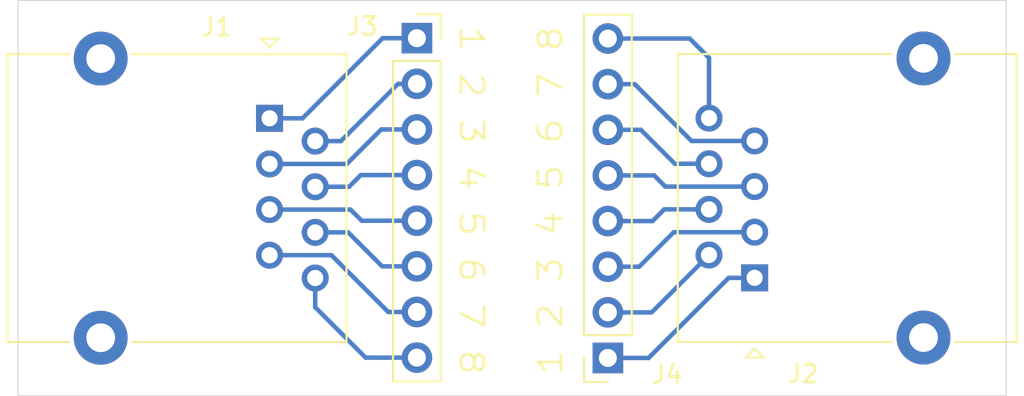
<source format=kicad_pcb>
(kicad_pcb (version 20211014) (generator pcbnew)
  (layers (0 "F.Cu" signal) (31 "B.Cu" signal) (34 "B.Paste" user) (35 "F.Paste" user) (36 "B.SilkS" user "B.Silkscreen") (37 "F.SilkS" user "F.Silkscreen") (38 "B.Mask" user) (39 "F.Mask" user) (44 "Edge.Cuts" user))
  (net 0 "")
  (net 1 "Net-(J1-Pad8)")
  (net 2 "Net-(J1-Pad7)")
  (net 3 "Net-(J1-Pad6)")
  (net 4 "Net-(J1-Pad5)")
  (net 5 "Net-(J1-Pad4)")
  (net 6 "Net-(J1-Pad3)")
  (net 7 "Net-(J1-Pad2)")
  (net 8 "Net-(J1-Pad1)")
  (net 9 "Net-(J2-Pad8)")
  (net 10 "Net-(J2-Pad7)")
  (net 11 "Net-(J2-Pad6)")
  (net 12 "Net-(J2-Pad5)")
  (net 13 "Net-(J2-Pad4)")
  (net 14 "Net-(J2-Pad3)")
  (net 15 "Net-(J2-Pad2)")
  (net 16 "Net-(J2-Pad1)")
  (footprint "Connector_RJ:RJ45_Ninigi_GE" (layer "F.Cu") (at 85.33 45.005 90)
    (fp_text reference "J2" (at -5.334 2.698 180) (layer "F.SilkS"))
    (fp_text value "RJ45")
    (fp_line (start -4.441 -0.508) (end -4.441 0.508) (layer "F.SilkS") (width 0.12))
    (fp_line (start -3.933 0) (end -4.441 -0.508) (layer "F.SilkS") (width 0.12))
    (fp_line (start -4.441 0.508) (end -3.933 0) (layer "F.SilkS") (width 0.12))
    (fp_line (start 12.455 -4.28) (end 12.455 7.65) (layer "F.SilkS") (width 0.12))
    (fp_line (start -3.565 -4.28) (end -3.565 7.65) (layer "F.SilkS") (width 0.12))
    (fp_line (start 12.455 11.15) (end 12.455 14.59) (layer "F.SilkS") (width 0.12))
    (fp_line (start 12.455 14.59) (end -3.565 14.59) (layer "F.SilkS") (width 0.12))
    (fp_line (start -3.565 11.15) (end -3.565 14.59) (layer "F.SilkS") (width 0.12))
    (fp_line (start 12.455 -4.28) (end -3.565 -4.28) (layer "F.SilkS") (width 0.12))
    (pad "" np_thru_hole circle locked (at -1.27 6.35 90) (size 3.25 3.25) (drill 3.25) (layers *.Cu *.Mask))
    (pad "" np_thru_hole circle locked (at 10.16 6.35 270) (size 3.25 3.25) (drill 3.25) (layers *.Cu *.Mask))
    (pad "1" thru_hole rect locked (at 0 0 270) (size 1.5 1.5) (drill 0.9) (layers *.Cu *.Mask) (net 16 "Net-(J2-Pad1)"))
    (pad "2" thru_hole circle locked (at 1.27 -2.54 270) (size 1.5 1.5) (drill 0.9) (layers *.Cu *.Mask) (net 15 "Net-(J2-Pad2)"))
    (pad "3" thru_hole circle locked (at 2.54 0 270) (size 1.5 1.5) (drill 0.9) (layers *.Cu *.Mask) (net 14 "Net-(J2-Pad3)"))
    (pad "4" thru_hole circle locked (at 3.81 -2.54 270) (size 1.5 1.5) (drill 0.9) (layers *.Cu *.Mask) (net 13 "Net-(J2-Pad4)"))
    (pad "5" thru_hole circle locked (at 5.08 0 270) (size 1.5 1.5) (drill 0.9) (layers *.Cu *.Mask) (net 12 "Net-(J2-Pad5)"))
    (pad "6" thru_hole circle locked (at 6.35 -2.54 270) (size 1.5 1.5) (drill 0.9) (layers *.Cu *.Mask) (net 11 "Net-(J2-Pad6)"))
    (pad "7" thru_hole circle locked (at 7.62 0 270) (size 1.5 1.5) (drill 0.9) (layers *.Cu *.Mask) (net 10 "Net-(J2-Pad7)"))
    (pad "8" thru_hole circle locked (at 8.89 -2.54 270) (size 1.5 1.5) (drill 0.9) (layers *.Cu *.Mask) (net 9 "Net-(J2-Pad8)"))
    (pad "SH" thru_hole circle locked (at -3.325 9.4 90) (size 3 3) (drill 1.6) (layers *.Cu *.Mask))
    (pad "SH" thru_hole circle locked (at 12.215 9.4 270) (size 3 3) (drill 1.6) (layers *.Cu *.Mask))
  )
  (footprint "Connector_RJ:RJ45_Ninigi_GE" (layer "F.Cu") (at 58.33 36.125 -90)
    (fp_text reference "J1" (at -5.08 2.948 180) (layer "F.SilkS"))
    (fp_text value "RJ45")
    (fp_line (start -3.933 0) (end -4.441 -0.508) (layer "F.SilkS") (width 0.12))
    (fp_line (start 12.455 14.59) (end -3.565 14.59) (layer "F.SilkS") (width 0.12))
    (fp_line (start -4.441 -0.508) (end -4.441 0.508) (layer "F.SilkS") (width 0.12))
    (fp_line (start 12.455 -4.28) (end -3.565 -4.28) (layer "F.SilkS") (width 0.12))
    (fp_line (start -3.565 -4.28) (end -3.565 7.65) (layer "F.SilkS") (width 0.12))
    (fp_line (start 12.455 11.15) (end 12.455 14.59) (layer "F.SilkS") (width 0.12))
    (fp_line (start -4.441 0.508) (end -3.933 0) (layer "F.SilkS") (width 0.12))
    (fp_line (start 12.455 -4.28) (end 12.455 7.65) (layer "F.SilkS") (width 0.12))
    (fp_line (start -3.565 11.15) (end -3.565 14.59) (layer "F.SilkS") (width 0.12))
    (pad "" np_thru_hole circle locked (at 10.16 6.35 90) (size 3.25 3.25) (drill 3.25) (layers *.Cu *.Mask))
    (pad "" np_thru_hole circle locked (at -1.27 6.35 270) (size 3.25 3.25) (drill 3.25) (layers *.Cu *.Mask))
    (pad "1" thru_hole rect locked (at 0 0 90) (size 1.5 1.5) (drill 0.9) (layers *.Cu *.Mask) (net 8 "Net-(J1-Pad1)"))
    (pad "2" thru_hole circle locked (at 1.27 -2.54 90) (size 1.5 1.5) (drill 0.9) (layers *.Cu *.Mask) (net 7 "Net-(J1-Pad2)"))
    (pad "3" thru_hole circle locked (at 2.54 0 90) (size 1.5 1.5) (drill 0.9) (layers *.Cu *.Mask) (net 6 "Net-(J1-Pad3)"))
    (pad "4" thru_hole circle locked (at 3.81 -2.54 90) (size 1.5 1.5) (drill 0.9) (layers *.Cu *.Mask) (net 5 "Net-(J1-Pad4)"))
    (pad "5" thru_hole circle locked (at 5.08 0 90) (size 1.5 1.5) (drill 0.9) (layers *.Cu *.Mask) (net 4 "Net-(J1-Pad5)"))
    (pad "6" thru_hole circle locked (at 6.35 -2.54 90) (size 1.5 1.5) (drill 0.9) (layers *.Cu *.Mask) (net 3 "Net-(J1-Pad6)"))
    (pad "7" thru_hole circle locked (at 7.62 0 90) (size 1.5 1.5) (drill 0.9) (layers *.Cu *.Mask) (net 2 "Net-(J1-Pad7)"))
    (pad "8" thru_hole circle locked (at 8.89 -2.54 90) (size 1.5 1.5) (drill 0.9) (layers *.Cu *.Mask) (net 1 "Net-(J1-Pad8)"))
    (pad "SH" thru_hole circle locked (at -3.325 9.4 270) (size 3 3) (drill 1.6) (layers *.Cu *.Mask))
    (pad "SH" thru_hole circle locked (at 12.215 9.4 90) (size 3 3) (drill 1.6) (layers *.Cu *.Mask))
  )
  (footprint "Connector_PinSocket_2.54mm:PinSocket_1x08_P2.54mm_Vertical" (layer "F.Cu") (at 66.53 31.665)
    (fp_text reference "J3" (at -3.048 -0.662) (layer "F.SilkS"))
    (fp_text value "Conn_01x08_Female" hide)
    (fp_line (start 1.33 -1.33) (end 1.33 0) (layer "F.SilkS") (width 0.12))
    (fp_line (start 1.33 1.27) (end 1.33 19.11) (layer "F.SilkS") (width 0.12))
    (fp_line (start 0 -1.33) (end 1.33 -1.33) (layer "F.SilkS") (width 0.12))
    (fp_line (start -1.33 1.27) (end 1.33 1.27) (layer "F.SilkS") (width 0.12))
    (fp_line (start -1.33 1.27) (end -1.33 19.11) (layer "F.SilkS") (width 0.12))
    (fp_line (start -1.33 19.11) (end 1.33 19.11) (layer "F.SilkS") (width 0.12))
    (pad "1" thru_hole rect locked (at 0 0) (size 1.7 1.7) (drill 1) (layers *.Cu *.Mask) (net 8 "Net-(J1-Pad1)"))
    (pad "2" thru_hole oval locked (at 0 2.54) (size 1.7 1.7) (drill 1) (layers *.Cu *.Mask) (net 7 "Net-(J1-Pad2)"))
    (pad "3" thru_hole oval locked (at 0 5.08) (size 1.7 1.7) (drill 1) (layers *.Cu *.Mask) (net 6 "Net-(J1-Pad3)"))
    (pad "4" thru_hole oval locked (at 0 7.62) (size 1.7 1.7) (drill 1) (layers *.Cu *.Mask) (net 5 "Net-(J1-Pad4)"))
    (pad "5" thru_hole oval locked (at 0 10.16) (size 1.7 1.7) (drill 1) (layers *.Cu *.Mask) (net 4 "Net-(J1-Pad5)"))
    (pad "6" thru_hole oval locked (at 0 12.7) (size 1.7 1.7) (drill 1) (layers *.Cu *.Mask) (net 3 "Net-(J1-Pad6)"))
    (pad "7" thru_hole oval locked (at 0 15.24) (size 1.7 1.7) (drill 1) (layers *.Cu *.Mask) (net 2 "Net-(J1-Pad7)"))
    (pad "8" thru_hole oval locked (at 0 17.78) (size 1.7 1.7) (drill 1) (layers *.Cu *.Mask) (net 1 "Net-(J1-Pad8)"))
  )
  (footprint "Connector_PinSocket_2.54mm:PinSocket_1x08_P2.54mm_Vertical" (layer "F.Cu") (at 77.16 49.465 180)
    (fp_text reference "J4" (at -3.302 -0.916) (layer "F.SilkS"))
    (fp_text value "Conn_01x08_Female" hide)
    (fp_line (start -1.33 1.27) (end -1.33 19.11) (layer "F.SilkS") (width 0.12))
    (fp_line (start 0 -1.33) (end 1.33 -1.33) (layer "F.SilkS") (width 0.12))
    (fp_line (start -1.33 19.11) (end 1.33 19.11) (layer "F.SilkS") (width 0.12))
    (fp_line (start -1.33 1.27) (end 1.33 1.27) (layer "F.SilkS") (width 0.12))
    (fp_line (start 1.33 1.27) (end 1.33 19.11) (layer "F.SilkS") (width 0.12))
    (fp_line (start 1.33 -1.33) (end 1.33 0) (layer "F.SilkS") (width 0.12))
    (pad "1" thru_hole rect locked (at 0 0 180) (size 1.7 1.7) (drill 1) (layers *.Cu *.Mask) (net 16 "Net-(J2-Pad1)"))
    (pad "2" thru_hole oval locked (at 0 2.54 180) (size 1.7 1.7) (drill 1) (layers *.Cu *.Mask) (net 15 "Net-(J2-Pad2)"))
    (pad "3" thru_hole oval locked (at 0 5.08 180) (size 1.7 1.7) (drill 1) (layers *.Cu *.Mask) (net 14 "Net-(J2-Pad3)"))
    (pad "4" thru_hole oval locked (at 0 7.62 180) (size 1.7 1.7) (drill 1) (layers *.Cu *.Mask) (net 13 "Net-(J2-Pad4)"))
    (pad "5" thru_hole oval locked (at 0 10.16 180) (size 1.7 1.7) (drill 1) (layers *.Cu *.Mask) (net 12 "Net-(J2-Pad5)"))
    (pad "6" thru_hole oval locked (at 0 12.7 180) (size 1.7 1.7) (drill 1) (layers *.Cu *.Mask) (net 11 "Net-(J2-Pad6)"))
    (pad "7" thru_hole oval locked (at 0 15.24 180) (size 1.7 1.7) (drill 1) (layers *.Cu *.Mask) (net 10 "Net-(J2-Pad7)"))
    (pad "8" thru_hole oval locked (at 0 17.78 180) (size 1.7 1.7) (drill 1) (layers *.Cu *.Mask) (net 9 "Net-(J2-Pad8)"))
  )
  (gr_line (start 44.33 51.565) (end 44.33 29.565) (layer "Edge.Cuts") (width 0.05))
  (gr_line (start 44.33 29.565) (end 99.33 29.565) (layer "Edge.Cuts") (width 0.05))
  (gr_line (start 99.33 29.565) (end 99.33 51.565) (layer "Edge.Cuts") (width 0.05))
  (gr_line (start 99.33 51.565) (end 44.33 51.565) (layer "Edge.Cuts") (width 0.05))
  (gr_text "1 2 3 4 5 6 7 8" (at 69.568 40.697 270) (layer "F.SilkS") (effects (font (size 1.3 1.5))))
  (gr_text "1 2 3 4 5 6 7 8" (at 73.96 40.697 90) (layer "F.SilkS") (effects (font (size 1.3 1.5))))
  (segment (start 60.87 46.64) (end 60.87 45.015) (width 0.25) (layer "B.Cu") (net 1))
  (segment (start 66.53 49.445) (end 63.675 49.445) (width 0.25) (layer "B.Cu") (net 1))
  (segment (start 63.675 49.445) (end 60.87 46.64) (width 0.25) (layer "B.Cu") (net 1))
  (segment (start 66.53 46.905) (end 64.935 46.905) (width 0.25) (layer "B.Cu") (net 2))
  (segment (start 58.33 43.745) (end 61.775 43.745) (width 0.25) (layer "B.Cu") (net 2))
  (segment (start 64.935 46.905) (end 61.775 43.745) (width 0.25) (layer "B.Cu") (net 2))
  (segment (start 66.53 44.365) (end 64.595 44.365) (width 0.25) (layer "B.Cu") (net 3))
  (segment (start 60.87 42.475) (end 62.705 42.475) (width 0.25) (layer "B.Cu") (net 3))
  (segment (start 64.595 44.365) (end 62.705 42.475) (width 0.25) (layer "B.Cu") (net 3))
  (segment (start 58.33 41.205) (end 62.835 41.205) (width 0.25) (layer "B.Cu") (net 4))
  (segment (start 62.835 41.205) (end 63.455 41.825) (width 0.25) (layer "B.Cu") (net 4))
  (segment (start 66.53 41.825) (end 63.455 41.825) (width 0.25) (layer "B.Cu") (net 4))
  (segment (start 60.87 39.935) (end 62.755 39.935) (width 0.25) (layer "B.Cu") (net 5))
  (segment (start 63.405 39.285) (end 66.53 39.285) (width 0.25) (layer "B.Cu") (net 5))
  (segment (start 62.755 39.935) (end 63.405 39.285) (width 0.25) (layer "B.Cu") (net 5))
  (segment (start 64.545 36.745) (end 66.53 36.745) (width 0.25) (layer "B.Cu") (net 6))
  (segment (start 58.33 38.665) (end 62.625 38.665) (width 0.25) (layer "B.Cu") (net 6))
  (segment (start 62.625 38.665) (end 64.545 36.745) (width 0.25) (layer "B.Cu") (net 6))
  (segment (start 62.295 37.395) (end 60.87 37.395) (width 0.25) (layer "B.Cu") (net 7))
  (segment (start 65.485 34.205) (end 62.295 37.395) (width 0.25) (layer "B.Cu") (net 7))
  (segment (start 66.53 34.205) (end 65.485 34.205) (width 0.25) (layer "B.Cu") (net 7))
  (segment (start 64.625 31.665) (end 66.53 31.665) (width 0.25) (layer "B.Cu") (net 8))
  (segment (start 60.165 36.125) (end 64.625 31.665) (width 0.25) (layer "B.Cu") (net 8))
  (segment (start 58.33 36.125) (end 60.165 36.125) (width 0.25) (layer "B.Cu") (net 8))
  (segment (start 82.79 36.115) (end 82.79 32.76) (width 0.25) (layer "B.Cu") (net 9))
  (segment (start 77.16 31.685) (end 81.715 31.685) (width 0.25) (layer "B.Cu") (net 9))
  (segment (start 82.79 32.76) (end 81.715 31.685) (width 0.25) (layer "B.Cu") (net 9))
  (segment (start 81.815 37.385) (end 85.33 37.385) (width 0.25) (layer "B.Cu") (net 10))
  (segment (start 78.655 34.225) (end 81.815 37.385) (width 0.25) (layer "B.Cu") (net 10))
  (segment (start 77.16 34.225) (end 78.655 34.225) (width 0.25) (layer "B.Cu") (net 10))
  (segment (start 80.885 38.655) (end 82.79 38.655) (width 0.25) (layer "B.Cu") (net 11))
  (segment (start 77.16 36.765) (end 78.995 36.765) (width 0.25) (layer "B.Cu") (net 11))
  (segment (start 78.995 36.765) (end 80.885 38.655) (width 0.25) (layer "B.Cu") (net 11))
  (segment (start 79.735 39.305) (end 77.16 39.305) (width 0.25) (layer "B.Cu") (net 12))
  (segment (start 85.33 39.925) (end 80.355 39.925) (width 0.25) (layer "B.Cu") (net 12))
  (segment (start 80.355 39.925) (end 79.735 39.305) (width 0.25) (layer "B.Cu") (net 12))
  (segment (start 79.645 41.845) (end 80.295 41.195) (width 0.25) (layer "B.Cu") (net 13))
  (segment (start 80.295 41.195) (end 82.79 41.195) (width 0.25) (layer "B.Cu") (net 13))
  (segment (start 77.16 41.845) (end 79.645 41.845) (width 0.25) (layer "B.Cu") (net 13))
  (segment (start 80.825 42.465) (end 85.33 42.465) (width 0.25) (layer "B.Cu") (net 14))
  (segment (start 77.16 44.385) (end 78.905 44.385) (width 0.25) (layer "B.Cu") (net 14))
  (segment (start 78.905 44.385) (end 80.825 42.465) (width 0.25) (layer "B.Cu") (net 14))
  (segment (start 77.165 46.93) (end 77.16 46.925) (width 0.25) (layer "B.Cu") (net 15))
  (segment (start 82.79 43.735) (end 79.595 46.93) (width 0.25) (layer "B.Cu") (net 15))
  (segment (start 79.595 46.93) (end 77.165 46.93) (width 0.25) (layer "B.Cu") (net 15))
  (segment (start 77.16 49.465) (end 79.425 49.465) (width 0.25) (layer "B.Cu") (net 16))
  (segment (start 83.885 45.005) (end 85.33 45.005) (width 0.25) (layer "B.Cu") (net 16))
  (segment (start 79.425 49.465) (end 83.885 45.005) (width 0.25) (layer "B.Cu") (net 16))
)
</source>
